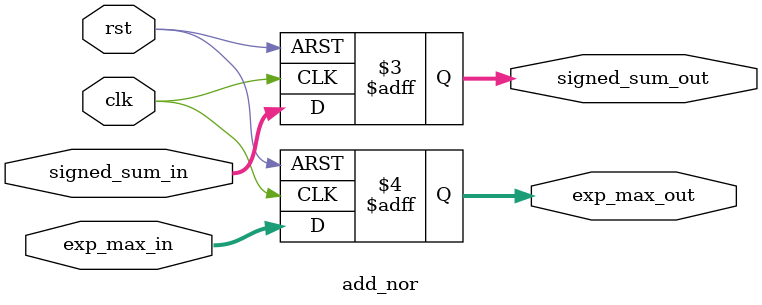
<source format=v>
module add_nor (
    input clk, rst, 
    input [19:0] signed_sum_in, 
    input [5:0] exp_max_in, 
    output reg [19:0] signed_sum_out, 
    output reg [5:0] exp_max_out
);
    
    always @(posedge clk or negedge rst) begin
        if (!rst) begin
            signed_sum_out <= 0;
            exp_max_out <= 0;
        end
        else begin
            signed_sum_out <= signed_sum_in;
            exp_max_out <= exp_max_in;
        end
    end
endmodule
</source>
